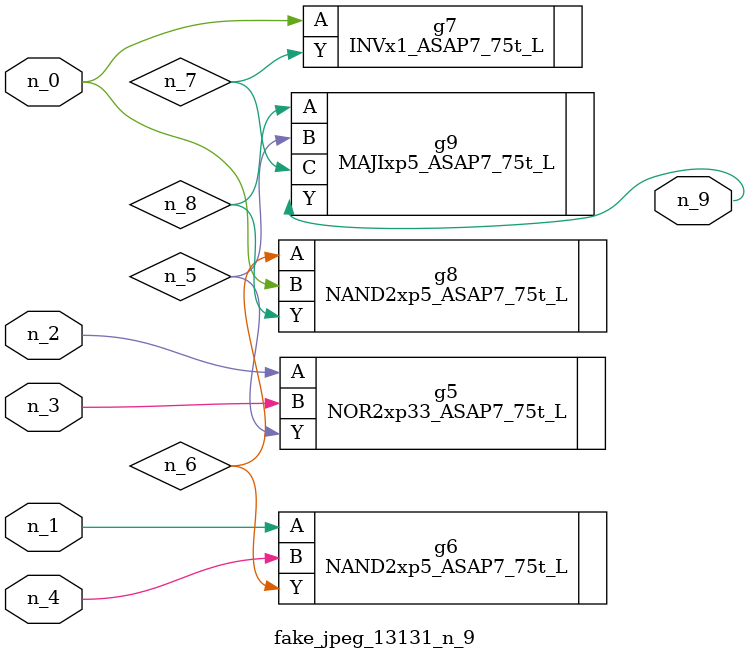
<source format=v>
module fake_jpeg_13131_n_9 (n_3, n_2, n_1, n_0, n_4, n_9);

input n_3;
input n_2;
input n_1;
input n_0;
input n_4;

output n_9;

wire n_8;
wire n_6;
wire n_5;
wire n_7;

NOR2xp33_ASAP7_75t_L g5 ( 
.A(n_2),
.B(n_3),
.Y(n_5)
);

NAND2xp5_ASAP7_75t_L g6 ( 
.A(n_1),
.B(n_4),
.Y(n_6)
);

INVx1_ASAP7_75t_L g7 ( 
.A(n_0),
.Y(n_7)
);

NAND2xp5_ASAP7_75t_L g8 ( 
.A(n_6),
.B(n_0),
.Y(n_8)
);

MAJIxp5_ASAP7_75t_L g9 ( 
.A(n_8),
.B(n_5),
.C(n_7),
.Y(n_9)
);


endmodule
</source>
